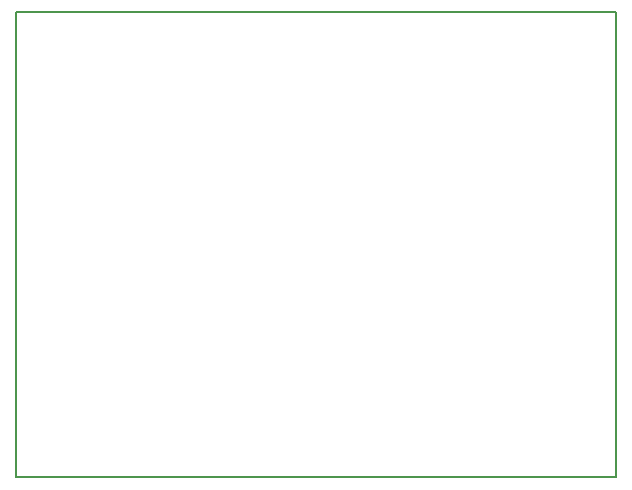
<source format=gbr>
G04 #@! TF.GenerationSoftware,KiCad,Pcbnew,(5.0.0)*
G04 #@! TF.CreationDate,2018-09-12T16:32:58-04:00*
G04 #@! TF.ProjectId,ClockClock,436C6F636B436C6F636B2E6B69636164,v1*
G04 #@! TF.SameCoordinates,Original*
G04 #@! TF.FileFunction,Profile,NP*
%FSLAX46Y46*%
G04 Gerber Fmt 4.6, Leading zero omitted, Abs format (unit mm)*
G04 Created by KiCad (PCBNEW (5.0.0)) date 09/12/18 16:32:58*
%MOMM*%
%LPD*%
G01*
G04 APERTURE LIST*
%ADD10C,0.150000*%
G04 APERTURE END LIST*
D10*
X119380000Y-163068000D02*
X119380000Y-123698000D01*
X68580000Y-163068000D02*
X119380000Y-163068000D01*
X68580000Y-123698000D02*
X68580000Y-163068000D01*
X119380000Y-123698000D02*
X68580000Y-123698000D01*
M02*

</source>
